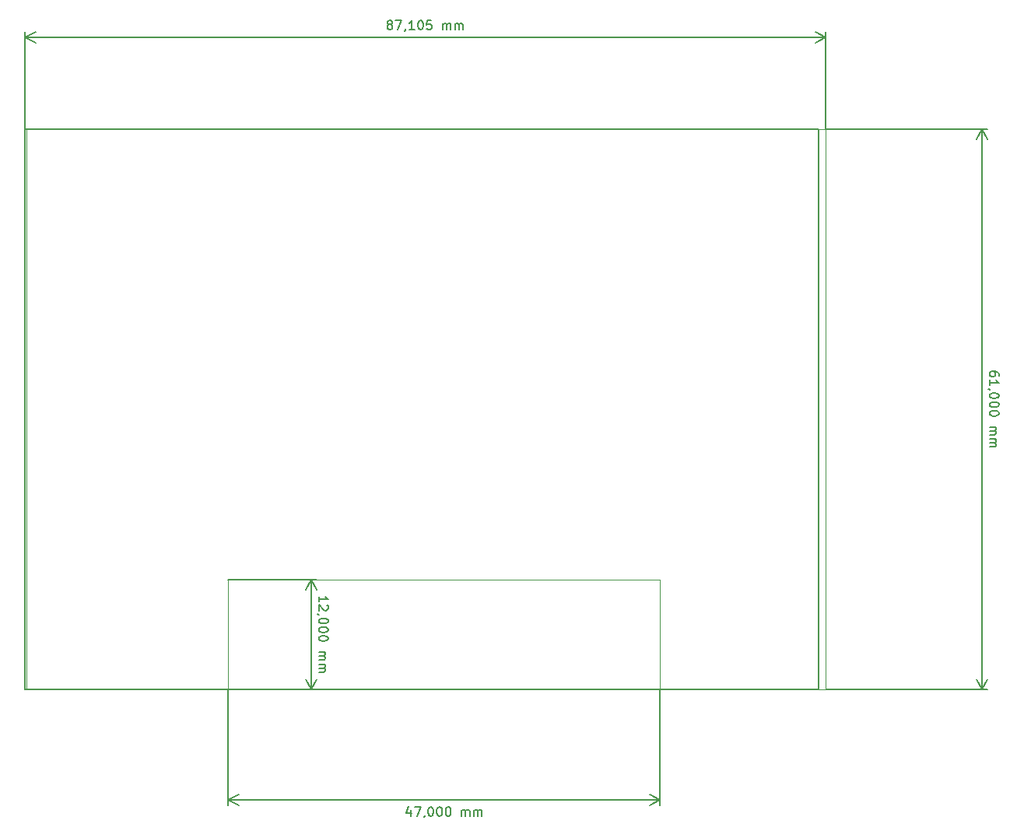
<source format=gbr>
%TF.GenerationSoftware,KiCad,Pcbnew,5.1.7-a382d34a8~87~ubuntu18.04.1*%
%TF.CreationDate,2020-10-24T22:54:41-03:00*%
%TF.ProjectId,TP-CESE,54502d43-4553-4452-9e6b-696361645f70,1*%
%TF.SameCoordinates,Original*%
%TF.FileFunction,OtherDrawing,Comment*%
%FSLAX46Y46*%
G04 Gerber Fmt 4.6, Leading zero omitted, Abs format (unit mm)*
G04 Created by KiCad (PCBNEW 5.1.7-a382d34a8~87~ubuntu18.04.1) date 2020-10-24 22:54:41*
%MOMM*%
%LPD*%
G01*
G04 APERTURE LIST*
%ADD10C,0.150000*%
%TA.AperFunction,Profile*%
%ADD11C,0.050000*%
%TD*%
G04 APERTURE END LIST*
D10*
X120847619Y-118428571D02*
X120847619Y-117857142D01*
X120847619Y-118142857D02*
X121847619Y-118142857D01*
X121704761Y-118047619D01*
X121609523Y-117952380D01*
X121561904Y-117857142D01*
X121752380Y-118809523D02*
X121800000Y-118857142D01*
X121847619Y-118952380D01*
X121847619Y-119190476D01*
X121800000Y-119285714D01*
X121752380Y-119333333D01*
X121657142Y-119380952D01*
X121561904Y-119380952D01*
X121419047Y-119333333D01*
X120847619Y-118761904D01*
X120847619Y-119380952D01*
X120895238Y-119857142D02*
X120847619Y-119857142D01*
X120752380Y-119809523D01*
X120704761Y-119761904D01*
X121847619Y-120476190D02*
X121847619Y-120571428D01*
X121800000Y-120666666D01*
X121752380Y-120714285D01*
X121657142Y-120761904D01*
X121466666Y-120809523D01*
X121228571Y-120809523D01*
X121038095Y-120761904D01*
X120942857Y-120714285D01*
X120895238Y-120666666D01*
X120847619Y-120571428D01*
X120847619Y-120476190D01*
X120895238Y-120380952D01*
X120942857Y-120333333D01*
X121038095Y-120285714D01*
X121228571Y-120238095D01*
X121466666Y-120238095D01*
X121657142Y-120285714D01*
X121752380Y-120333333D01*
X121800000Y-120380952D01*
X121847619Y-120476190D01*
X121847619Y-121428571D02*
X121847619Y-121523809D01*
X121800000Y-121619047D01*
X121752380Y-121666666D01*
X121657142Y-121714285D01*
X121466666Y-121761904D01*
X121228571Y-121761904D01*
X121038095Y-121714285D01*
X120942857Y-121666666D01*
X120895238Y-121619047D01*
X120847619Y-121523809D01*
X120847619Y-121428571D01*
X120895238Y-121333333D01*
X120942857Y-121285714D01*
X121038095Y-121238095D01*
X121228571Y-121190476D01*
X121466666Y-121190476D01*
X121657142Y-121238095D01*
X121752380Y-121285714D01*
X121800000Y-121333333D01*
X121847619Y-121428571D01*
X121847619Y-122380952D02*
X121847619Y-122476190D01*
X121800000Y-122571428D01*
X121752380Y-122619047D01*
X121657142Y-122666666D01*
X121466666Y-122714285D01*
X121228571Y-122714285D01*
X121038095Y-122666666D01*
X120942857Y-122619047D01*
X120895238Y-122571428D01*
X120847619Y-122476190D01*
X120847619Y-122380952D01*
X120895238Y-122285714D01*
X120942857Y-122238095D01*
X121038095Y-122190476D01*
X121228571Y-122142857D01*
X121466666Y-122142857D01*
X121657142Y-122190476D01*
X121752380Y-122238095D01*
X121800000Y-122285714D01*
X121847619Y-122380952D01*
X120847619Y-123904761D02*
X121514285Y-123904761D01*
X121419047Y-123904761D02*
X121466666Y-123952380D01*
X121514285Y-124047619D01*
X121514285Y-124190476D01*
X121466666Y-124285714D01*
X121371428Y-124333333D01*
X120847619Y-124333333D01*
X121371428Y-124333333D02*
X121466666Y-124380952D01*
X121514285Y-124476190D01*
X121514285Y-124619047D01*
X121466666Y-124714285D01*
X121371428Y-124761904D01*
X120847619Y-124761904D01*
X120847619Y-125238095D02*
X121514285Y-125238095D01*
X121419047Y-125238095D02*
X121466666Y-125285714D01*
X121514285Y-125380952D01*
X121514285Y-125523809D01*
X121466666Y-125619047D01*
X121371428Y-125666666D01*
X120847619Y-125666666D01*
X121371428Y-125666666D02*
X121466666Y-125714285D01*
X121514285Y-125809523D01*
X121514285Y-125952380D01*
X121466666Y-126047619D01*
X121371428Y-126095238D01*
X120847619Y-126095238D01*
X120000000Y-116000000D02*
X120000000Y-128000000D01*
X111000000Y-116000000D02*
X120586421Y-116000000D01*
X111000000Y-128000000D02*
X120586421Y-128000000D01*
X120000000Y-128000000D02*
X119413579Y-126873496D01*
X120000000Y-128000000D02*
X120586421Y-126873496D01*
X120000000Y-116000000D02*
X119413579Y-117126504D01*
X120000000Y-116000000D02*
X120586421Y-117126504D01*
X130833333Y-141085714D02*
X130833333Y-141752380D01*
X130595238Y-140704761D02*
X130357142Y-141419047D01*
X130976190Y-141419047D01*
X131261904Y-140752380D02*
X131928571Y-140752380D01*
X131500000Y-141752380D01*
X132357142Y-141704761D02*
X132357142Y-141752380D01*
X132309523Y-141847619D01*
X132261904Y-141895238D01*
X132976190Y-140752380D02*
X133071428Y-140752380D01*
X133166666Y-140800000D01*
X133214285Y-140847619D01*
X133261904Y-140942857D01*
X133309523Y-141133333D01*
X133309523Y-141371428D01*
X133261904Y-141561904D01*
X133214285Y-141657142D01*
X133166666Y-141704761D01*
X133071428Y-141752380D01*
X132976190Y-141752380D01*
X132880952Y-141704761D01*
X132833333Y-141657142D01*
X132785714Y-141561904D01*
X132738095Y-141371428D01*
X132738095Y-141133333D01*
X132785714Y-140942857D01*
X132833333Y-140847619D01*
X132880952Y-140800000D01*
X132976190Y-140752380D01*
X133928571Y-140752380D02*
X134023809Y-140752380D01*
X134119047Y-140800000D01*
X134166666Y-140847619D01*
X134214285Y-140942857D01*
X134261904Y-141133333D01*
X134261904Y-141371428D01*
X134214285Y-141561904D01*
X134166666Y-141657142D01*
X134119047Y-141704761D01*
X134023809Y-141752380D01*
X133928571Y-141752380D01*
X133833333Y-141704761D01*
X133785714Y-141657142D01*
X133738095Y-141561904D01*
X133690476Y-141371428D01*
X133690476Y-141133333D01*
X133738095Y-140942857D01*
X133785714Y-140847619D01*
X133833333Y-140800000D01*
X133928571Y-140752380D01*
X134880952Y-140752380D02*
X134976190Y-140752380D01*
X135071428Y-140800000D01*
X135119047Y-140847619D01*
X135166666Y-140942857D01*
X135214285Y-141133333D01*
X135214285Y-141371428D01*
X135166666Y-141561904D01*
X135119047Y-141657142D01*
X135071428Y-141704761D01*
X134976190Y-141752380D01*
X134880952Y-141752380D01*
X134785714Y-141704761D01*
X134738095Y-141657142D01*
X134690476Y-141561904D01*
X134642857Y-141371428D01*
X134642857Y-141133333D01*
X134690476Y-140942857D01*
X134738095Y-140847619D01*
X134785714Y-140800000D01*
X134880952Y-140752380D01*
X136404761Y-141752380D02*
X136404761Y-141085714D01*
X136404761Y-141180952D02*
X136452380Y-141133333D01*
X136547619Y-141085714D01*
X136690476Y-141085714D01*
X136785714Y-141133333D01*
X136833333Y-141228571D01*
X136833333Y-141752380D01*
X136833333Y-141228571D02*
X136880952Y-141133333D01*
X136976190Y-141085714D01*
X137119047Y-141085714D01*
X137214285Y-141133333D01*
X137261904Y-141228571D01*
X137261904Y-141752380D01*
X137738095Y-141752380D02*
X137738095Y-141085714D01*
X137738095Y-141180952D02*
X137785714Y-141133333D01*
X137880952Y-141085714D01*
X138023809Y-141085714D01*
X138119047Y-141133333D01*
X138166666Y-141228571D01*
X138166666Y-141752380D01*
X138166666Y-141228571D02*
X138214285Y-141133333D01*
X138309523Y-141085714D01*
X138452380Y-141085714D01*
X138547619Y-141133333D01*
X138595238Y-141228571D01*
X138595238Y-141752380D01*
X111000000Y-140000000D02*
X158000000Y-140000000D01*
X111000000Y-128000000D02*
X111000000Y-140586421D01*
X158000000Y-128000000D02*
X158000000Y-140586421D01*
X158000000Y-140000000D02*
X156873496Y-140586421D01*
X158000000Y-140000000D02*
X156873496Y-139413579D01*
X111000000Y-140000000D02*
X112126504Y-140586421D01*
X111000000Y-140000000D02*
X112126504Y-139413579D01*
X194847619Y-93833333D02*
X194847619Y-93642857D01*
X194800000Y-93547619D01*
X194752380Y-93500000D01*
X194609523Y-93404761D01*
X194419047Y-93357142D01*
X194038095Y-93357142D01*
X193942857Y-93404761D01*
X193895238Y-93452380D01*
X193847619Y-93547619D01*
X193847619Y-93738095D01*
X193895238Y-93833333D01*
X193942857Y-93880952D01*
X194038095Y-93928571D01*
X194276190Y-93928571D01*
X194371428Y-93880952D01*
X194419047Y-93833333D01*
X194466666Y-93738095D01*
X194466666Y-93547619D01*
X194419047Y-93452380D01*
X194371428Y-93404761D01*
X194276190Y-93357142D01*
X193847619Y-94880952D02*
X193847619Y-94309523D01*
X193847619Y-94595238D02*
X194847619Y-94595238D01*
X194704761Y-94500000D01*
X194609523Y-94404761D01*
X194561904Y-94309523D01*
X193895238Y-95357142D02*
X193847619Y-95357142D01*
X193752380Y-95309523D01*
X193704761Y-95261904D01*
X194847619Y-95976190D02*
X194847619Y-96071428D01*
X194800000Y-96166666D01*
X194752380Y-96214285D01*
X194657142Y-96261904D01*
X194466666Y-96309523D01*
X194228571Y-96309523D01*
X194038095Y-96261904D01*
X193942857Y-96214285D01*
X193895238Y-96166666D01*
X193847619Y-96071428D01*
X193847619Y-95976190D01*
X193895238Y-95880952D01*
X193942857Y-95833333D01*
X194038095Y-95785714D01*
X194228571Y-95738095D01*
X194466666Y-95738095D01*
X194657142Y-95785714D01*
X194752380Y-95833333D01*
X194800000Y-95880952D01*
X194847619Y-95976190D01*
X194847619Y-96928571D02*
X194847619Y-97023809D01*
X194800000Y-97119047D01*
X194752380Y-97166666D01*
X194657142Y-97214285D01*
X194466666Y-97261904D01*
X194228571Y-97261904D01*
X194038095Y-97214285D01*
X193942857Y-97166666D01*
X193895238Y-97119047D01*
X193847619Y-97023809D01*
X193847619Y-96928571D01*
X193895238Y-96833333D01*
X193942857Y-96785714D01*
X194038095Y-96738095D01*
X194228571Y-96690476D01*
X194466666Y-96690476D01*
X194657142Y-96738095D01*
X194752380Y-96785714D01*
X194800000Y-96833333D01*
X194847619Y-96928571D01*
X194847619Y-97880952D02*
X194847619Y-97976190D01*
X194800000Y-98071428D01*
X194752380Y-98119047D01*
X194657142Y-98166666D01*
X194466666Y-98214285D01*
X194228571Y-98214285D01*
X194038095Y-98166666D01*
X193942857Y-98119047D01*
X193895238Y-98071428D01*
X193847619Y-97976190D01*
X193847619Y-97880952D01*
X193895238Y-97785714D01*
X193942857Y-97738095D01*
X194038095Y-97690476D01*
X194228571Y-97642857D01*
X194466666Y-97642857D01*
X194657142Y-97690476D01*
X194752380Y-97738095D01*
X194800000Y-97785714D01*
X194847619Y-97880952D01*
X193847619Y-99404761D02*
X194514285Y-99404761D01*
X194419047Y-99404761D02*
X194466666Y-99452380D01*
X194514285Y-99547619D01*
X194514285Y-99690476D01*
X194466666Y-99785714D01*
X194371428Y-99833333D01*
X193847619Y-99833333D01*
X194371428Y-99833333D02*
X194466666Y-99880952D01*
X194514285Y-99976190D01*
X194514285Y-100119047D01*
X194466666Y-100214285D01*
X194371428Y-100261904D01*
X193847619Y-100261904D01*
X193847619Y-100738095D02*
X194514285Y-100738095D01*
X194419047Y-100738095D02*
X194466666Y-100785714D01*
X194514285Y-100880952D01*
X194514285Y-101023809D01*
X194466666Y-101119047D01*
X194371428Y-101166666D01*
X193847619Y-101166666D01*
X194371428Y-101166666D02*
X194466666Y-101214285D01*
X194514285Y-101309523D01*
X194514285Y-101452380D01*
X194466666Y-101547619D01*
X194371428Y-101595238D01*
X193847619Y-101595238D01*
X193000000Y-67000000D02*
X193000000Y-128000000D01*
X176000000Y-67000000D02*
X193586421Y-67000000D01*
X176000000Y-128000000D02*
X193586421Y-128000000D01*
X193000000Y-128000000D02*
X192413579Y-126873496D01*
X193000000Y-128000000D02*
X193586421Y-126873496D01*
X193000000Y-67000000D02*
X192413579Y-68126504D01*
X193000000Y-67000000D02*
X193586421Y-68126504D01*
X128488564Y-55607077D02*
X128393298Y-55559512D01*
X128345652Y-55511921D01*
X128297978Y-55416710D01*
X128297951Y-55369091D01*
X128345515Y-55273825D01*
X128393107Y-55226179D01*
X128488318Y-55178505D01*
X128678794Y-55178396D01*
X128774059Y-55225960D01*
X128821706Y-55273552D01*
X128869380Y-55368763D01*
X128869407Y-55416382D01*
X128821842Y-55511647D01*
X128774251Y-55559294D01*
X128679040Y-55606967D01*
X128488564Y-55607077D01*
X128393353Y-55654750D01*
X128345761Y-55702397D01*
X128298197Y-55797662D01*
X128298306Y-55988138D01*
X128345980Y-56083349D01*
X128393626Y-56130941D01*
X128488892Y-56178505D01*
X128679368Y-56178396D01*
X128774579Y-56130722D01*
X128822170Y-56083076D01*
X128869735Y-55987810D01*
X128869626Y-55797334D01*
X128821952Y-55702123D01*
X128774305Y-55654532D01*
X128679040Y-55606967D01*
X129202603Y-55178095D02*
X129869270Y-55177713D01*
X129441273Y-56177958D01*
X130298388Y-56129847D02*
X130298415Y-56177466D01*
X130250851Y-56272732D01*
X130203259Y-56320378D01*
X131250796Y-56176920D02*
X130679368Y-56177248D01*
X130965082Y-56177084D02*
X130964508Y-55177084D01*
X130869352Y-55319996D01*
X130774168Y-55415288D01*
X130678958Y-55462962D01*
X131869270Y-55176565D02*
X131964508Y-55176510D01*
X132059773Y-55224074D01*
X132107420Y-55271666D01*
X132155093Y-55366877D01*
X132202822Y-55557326D01*
X132202958Y-55795421D01*
X132155449Y-55985924D01*
X132107884Y-56081190D01*
X132060293Y-56128836D01*
X131965082Y-56176510D01*
X131869844Y-56176564D01*
X131774578Y-56129000D01*
X131726932Y-56081408D01*
X131679258Y-55986198D01*
X131631530Y-55795749D01*
X131631393Y-55557654D01*
X131678903Y-55367150D01*
X131726467Y-55271885D01*
X131774059Y-55224238D01*
X131869270Y-55176565D01*
X133107365Y-55175854D02*
X132631174Y-55176127D01*
X132583829Y-55652345D01*
X132631420Y-55604699D01*
X132726631Y-55557025D01*
X132964726Y-55556888D01*
X133059992Y-55604453D01*
X133107638Y-55652044D01*
X133155312Y-55747255D01*
X133155448Y-55985350D01*
X133107884Y-56080616D01*
X133060292Y-56128262D01*
X132965082Y-56175936D01*
X132726986Y-56176072D01*
X132631721Y-56128508D01*
X132584075Y-56080916D01*
X134346034Y-56175143D02*
X134345651Y-55508476D01*
X134345706Y-55603715D02*
X134393297Y-55556068D01*
X134488508Y-55508394D01*
X134631365Y-55508312D01*
X134726631Y-55555877D01*
X134774304Y-55651088D01*
X134774605Y-56174897D01*
X134774304Y-55651088D02*
X134821869Y-55555822D01*
X134917080Y-55508148D01*
X135059937Y-55508066D01*
X135155202Y-55555631D01*
X135202876Y-55650842D01*
X135203176Y-56174651D01*
X135679367Y-56174378D02*
X135678984Y-55507711D01*
X135679039Y-55602949D02*
X135726631Y-55555303D01*
X135821841Y-55507629D01*
X135964698Y-55507547D01*
X136059964Y-55555111D01*
X136107638Y-55650322D01*
X136107938Y-56174132D01*
X136107638Y-55650322D02*
X136155202Y-55555057D01*
X136250413Y-55507383D01*
X136393270Y-55507301D01*
X136488535Y-55554865D01*
X136536209Y-55650076D01*
X136536510Y-56173886D01*
X88889259Y-57048856D02*
X175994259Y-56998856D01*
X88895000Y-67050000D02*
X88888923Y-56462435D01*
X176000000Y-67000000D02*
X175993923Y-56412435D01*
X175994259Y-56998856D02*
X174868092Y-57585923D01*
X175994259Y-56998856D02*
X174867419Y-56413082D01*
X88889259Y-57048856D02*
X90016099Y-57634630D01*
X88889259Y-57048856D02*
X90015426Y-56461789D01*
D11*
X158000000Y-128000000D02*
X158000000Y-126000000D01*
X176000000Y-128000000D02*
X158000000Y-128000000D01*
X176000000Y-126000000D02*
X176000000Y-128000000D01*
X111000000Y-128000000D02*
X111000000Y-126000000D01*
X89000000Y-128000000D02*
X111000000Y-128000000D01*
X89000000Y-126000000D02*
X89000000Y-128000000D01*
X176000000Y-67000000D02*
X174000000Y-67000000D01*
X176000000Y-126000000D02*
X176000000Y-67000000D01*
X158000000Y-116000000D02*
X158000000Y-126000000D01*
X111000000Y-116000000D02*
X158000000Y-116000000D01*
X111000000Y-126000000D02*
X111000000Y-116000000D01*
X89000000Y-123000000D02*
X89000000Y-126000000D01*
X89000000Y-123000000D02*
X89000000Y-67000000D01*
X89000000Y-67000000D02*
X174000000Y-67000000D01*
D10*
%TO.C,X1*%
X175255000Y-128010000D02*
X88895000Y-128010000D01*
X175255000Y-67050000D02*
X88895000Y-67050000D01*
X175255000Y-128010000D02*
X175255000Y-67050000D01*
X88895000Y-128010000D02*
X88895000Y-67050000D01*
%TD*%
M02*

</source>
